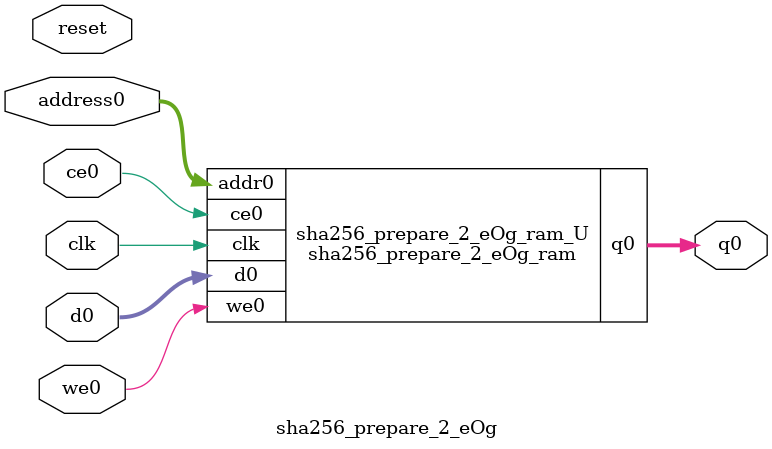
<source format=v>
`timescale 1 ns / 1 ps
module sha256_prepare_2_eOg_ram (addr0, ce0, d0, we0, q0,  clk);

parameter DWIDTH = 8;
parameter AWIDTH = 6;
parameter MEM_SIZE = 64;

input[AWIDTH-1:0] addr0;
input ce0;
input[DWIDTH-1:0] d0;
input we0;
output reg[DWIDTH-1:0] q0;
input clk;

(* ram_style = "distributed" *)reg [DWIDTH-1:0] ram[0:MEM_SIZE-1];




always @(posedge clk)  
begin 
    if (ce0) begin
        if (we0) 
            ram[addr0] <= d0; 
        q0 <= ram[addr0];
    end
end


endmodule

`timescale 1 ns / 1 ps
module sha256_prepare_2_eOg(
    reset,
    clk,
    address0,
    ce0,
    we0,
    d0,
    q0);

parameter DataWidth = 32'd8;
parameter AddressRange = 32'd64;
parameter AddressWidth = 32'd6;
input reset;
input clk;
input[AddressWidth - 1:0] address0;
input ce0;
input we0;
input[DataWidth - 1:0] d0;
output[DataWidth - 1:0] q0;



sha256_prepare_2_eOg_ram sha256_prepare_2_eOg_ram_U(
    .clk( clk ),
    .addr0( address0 ),
    .ce0( ce0 ),
    .we0( we0 ),
    .d0( d0 ),
    .q0( q0 ));

endmodule


</source>
